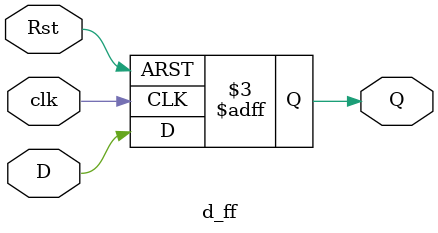
<source format=v>
module d_ff(input wire clk,
input wire D,
input Rst,
output reg Q);
 always@(negedge Rst or posedge clk)
 begin
 if(!Rst)
 Q=0;
 else
 Q=D;
 end
 endmodule
</source>
